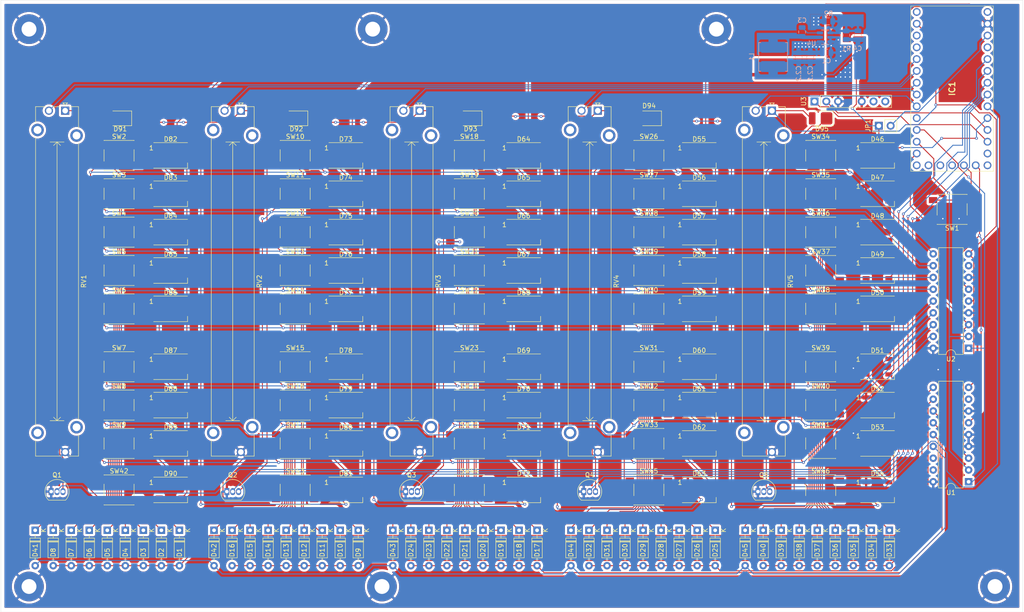
<source format=kicad_pcb>
(kicad_pcb
	(version 20240108)
	(generator "pcbnew")
	(generator_version "8.0")
	(general
		(thickness 1.6)
		(legacy_teardrops no)
	)
	(paper "A4")
	(layers
		(0 "F.Cu" signal)
		(31 "B.Cu" signal)
		(32 "B.Adhes" user "B.Adhesive")
		(33 "F.Adhes" user "F.Adhesive")
		(34 "B.Paste" user)
		(35 "F.Paste" user)
		(36 "B.SilkS" user "B.Silkscreen")
		(37 "F.SilkS" user "F.Silkscreen")
		(38 "B.Mask" user)
		(39 "F.Mask" user)
		(40 "Dwgs.User" user "User.Drawings")
		(41 "Cmts.User" user "User.Comments")
		(42 "Eco1.User" user "User.Eco1")
		(43 "Eco2.User" user "User.Eco2")
		(44 "Edge.Cuts" user)
		(45 "Margin" user)
		(46 "B.CrtYd" user "B.Courtyard")
		(47 "F.CrtYd" user "F.Courtyard")
		(48 "B.Fab" user)
		(49 "F.Fab" user)
		(50 "User.1" user)
		(51 "User.2" user)
		(52 "User.3" user)
		(53 "User.4" user)
		(54 "User.5" user)
		(55 "User.6" user)
		(56 "User.7" user)
		(57 "User.8" user)
		(58 "User.9" user)
	)
	(setup
		(pad_to_mask_clearance 0)
		(allow_soldermask_bridges_in_footprints no)
		(pcbplotparams
			(layerselection 0x00010fc_ffffffff)
			(plot_on_all_layers_selection 0x0000000_00000000)
			(disableapertmacros no)
			(usegerberextensions no)
			(usegerberattributes yes)
			(usegerberadvancedattributes yes)
			(creategerberjobfile yes)
			(dashed_line_dash_ratio 12.000000)
			(dashed_line_gap_ratio 3.000000)
			(svgprecision 4)
			(plotframeref no)
			(viasonmask no)
			(mode 1)
			(useauxorigin no)
			(hpglpennumber 1)
			(hpglpenspeed 20)
			(hpglpendiameter 15.000000)
			(pdf_front_fp_property_popups yes)
			(pdf_back_fp_property_popups yes)
			(dxfpolygonmode yes)
			(dxfimperialunits yes)
			(dxfusepcbnewfont yes)
			(psnegative no)
			(psa4output no)
			(plotreference yes)
			(plotvalue yes)
			(plotfptext yes)
			(plotinvisibletext no)
			(sketchpadsonfab no)
			(subtractmaskfromsilk no)
			(outputformat 1)
			(mirror no)
			(drillshape 0)
			(scaleselection 1)
			(outputdirectory "Gerbers/")
		)
	)
	(net 0 "")
	(net 1 "Ext Gnd")
	(net 2 "Net-(U3-Vout)")
	(net 3 "5v")
	(net 4 "Net-(U4-SW)")
	(net 5 "Net-(U4-BST)")
	(net 6 "Net-(U4-FB)")
	(net 7 "Net-(D1-K)")
	(net 8 "Column1")
	(net 9 "Net-(D2-K)")
	(net 10 "Net-(D3-K)")
	(net 11 "Net-(D4-K)")
	(net 12 "Net-(D5-K)")
	(net 13 "Net-(D6-K)")
	(net 14 "Net-(D7-K)")
	(net 15 "Net-(D8-K)")
	(net 16 "Net-(D9-K)")
	(net 17 "Column2")
	(net 18 "Net-(D10-K)")
	(net 19 "Net-(D11-K)")
	(net 20 "Net-(D12-K)")
	(net 21 "Net-(D13-K)")
	(net 22 "Net-(D14-K)")
	(net 23 "Net-(D15-K)")
	(net 24 "Net-(D16-K)")
	(net 25 "Net-(D17-K)")
	(net 26 "Column3")
	(net 27 "Net-(D18-K)")
	(net 28 "Net-(D19-K)")
	(net 29 "Net-(D20-K)")
	(net 30 "Net-(D21-K)")
	(net 31 "Net-(D22-K)")
	(net 32 "Net-(D23-K)")
	(net 33 "Net-(D24-K)")
	(net 34 "Column4")
	(net 35 "Net-(D25-K)")
	(net 36 "Net-(D26-K)")
	(net 37 "Net-(D27-K)")
	(net 38 "Net-(D28-K)")
	(net 39 "Net-(D29-K)")
	(net 40 "Net-(D30-K)")
	(net 41 "Net-(D31-K)")
	(net 42 "Net-(D32-K)")
	(net 43 "Net-(D33-K)")
	(net 44 "Column5")
	(net 45 "Net-(D34-K)")
	(net 46 "Net-(D35-K)")
	(net 47 "Net-(D36-K)")
	(net 48 "Net-(D37-K)")
	(net 49 "Net-(D38-K)")
	(net 50 "Net-(D39-K)")
	(net 51 "Net-(D40-K)")
	(net 52 "Column6")
	(net 53 "Net-(D41-K)")
	(net 54 "Net-(D42-K)")
	(net 55 "Net-(D43-K)")
	(net 56 "Net-(D44-K)")
	(net 57 "Net-(D45-K)")
	(net 58 "Net-(D46-DOUT)")
	(net 59 "NeoPixel")
	(net 60 "Net-(D47-DOUT)")
	(net 61 "Net-(D48-DOUT)")
	(net 62 "Net-(D49-DOUT)")
	(net 63 "Net-(D50-DOUT)")
	(net 64 "Net-(D51-DOUT)")
	(net 65 "Net-(D52-DOUT)")
	(net 66 "Net-(D53-DOUT)")
	(net 67 "Net-(D54-DOUT)")
	(net 68 "Net-(D55-DOUT)")
	(net 69 "Net-(D56-DOUT)")
	(net 70 "Net-(D57-DOUT)")
	(net 71 "Net-(D58-DOUT)")
	(net 72 "Net-(D59-DOUT)")
	(net 73 "Net-(D60-DOUT)")
	(net 74 "Net-(D61-DOUT)")
	(net 75 "Net-(D62-DOUT)")
	(net 76 "Net-(D63-DOUT)")
	(net 77 "Net-(D64-DOUT)")
	(net 78 "Net-(D65-DOUT)")
	(net 79 "Net-(D66-DOUT)")
	(net 80 "Net-(D67-DOUT)")
	(net 81 "Net-(D68-DOUT)")
	(net 82 "Net-(D69-DOUT)")
	(net 83 "Net-(D70-DOUT)")
	(net 84 "Net-(D71-DOUT)")
	(net 85 "Net-(D72-DOUT)")
	(net 86 "Net-(D73-DOUT)")
	(net 87 "Net-(D74-DOUT)")
	(net 88 "Net-(D75-DOUT)")
	(net 89 "Net-(D76-DOUT)")
	(net 90 "Net-(D77-DOUT)")
	(net 91 "Net-(D78-DOUT)")
	(net 92 "Net-(D79-DOUT)")
	(net 93 "Net-(D80-DOUT)")
	(net 94 "Net-(D81-DOUT)")
	(net 95 "Net-(D82-DOUT)")
	(net 96 "Net-(D83-DOUT)")
	(net 97 "Net-(D84-DOUT)")
	(net 98 "Net-(D85-DOUT)")
	(net 99 "Net-(D86-DOUT)")
	(net 100 "Net-(D87-DOUT)")
	(net 101 "Net-(D88-DOUT)")
	(net 102 "Net-(D89-DOUT)")
	(net 103 "unconnected-(D90-DOUT-Pad2)")
	(net 104 "3v3")
	(net 105 "Net-(D91-K)")
	(net 106 "Net-(D92-K)")
	(net 107 "Net-(D93-K)")
	(net 108 "Net-(D94-K)")
	(net 109 "Net-(D95-K)")
	(net 110 "SDA")
	(net 111 "unconnected-(IC1-RESET_1-Pad16)")
	(net 112 "unconnected-(IC1-A5-Pad10)")
	(net 113 "Ch2Zero")
	(net 114 "Pot2")
	(net 115 "unconnected-(IC1-2-Pad14)")
	(net 116 "unconnected-(IC1-RST-Pad1)")
	(net 117 "Recovery")
	(net 118 "unconnected-(IC1-VHI-Pad4)")
	(net 119 "Ch4Zero")
	(net 120 "Ch1Zero")
	(net 121 "Ch5Zero")
	(net 122 "Pot1")
	(net 123 "SPI_POCI")
	(net 124 "Pot3")
	(net 125 "unconnected-(IC1-RX-Pad20)")
	(net 126 "Ch3Zero")
	(net 127 "unconnected-(IC1-BAT-Pad33)")
	(net 128 "SPI_PICO")
	(net 129 "SCL")
	(net 130 "SPI_SCK")
	(net 131 "unconnected-(IC1-13-Pad30)")
	(net 132 "Pot4")
	(net 133 "unconnected-(IC1-AREF-Pad3)")
	(net 134 "unconnected-(IC1-TX-Pad21)")
	(net 135 "Pot5")
	(net 136 "unconnected-(IC1-RESET_2-Pad17)")
	(net 137 "unconnected-(IC1-EN-Pad15)")
	(net 138 "USB_5v")
	(net 139 "Row1")
	(net 140 "Row2")
	(net 141 "Row3")
	(net 142 "Row4")
	(net 143 "Row5")
	(net 144 "Row6")
	(net 145 "Row7")
	(net 146 "Row8")
	(net 147 "ExpReset")
	(net 148 "unconnected-(U1-INT-Pad8)")
	(net 149 "unconnected-(U1-GP7-Pad17)")
	(net 150 "unconnected-(U1-GP6-Pad16)")
	(net 151 "unconnected-(U2-INT-Pad8)")
	(net 152 "unconnected-(U3-D+-Pad6)")
	(net 153 "unconnected-(U3-D--Pad5)")
	(footprint "Potentiometer_THT:Potentiometer_Bourns_PTA6043_Single_Slide" (layer "F.Cu") (at 47.789064 51.555 -90))
	(footprint "Diode_THT:D_DO-35_SOD27_P7.62mm_Horizontal" (layer "F.Cu") (at 160.56875 141.895 -90))
	(footprint "LED_SMD:LED_WS2812B_PLCC4_5.0x5.0mm_P3.2mm" (layer "F.Cu") (at 222.685936 123.205))
	(footprint "ControlMixer:SW_Push_1P1T_NO_6x6mm" (layer "F.Cu") (at 173.4625 106.685))
	(footprint "Diode_THT:D_DO-35_SOD27_P7.62mm_Horizontal" (layer "F.Cu") (at 83.71875 141.895 -90))
	(footprint "ControlMixer:SW_Push_1P1T_NO_6x6mm" (layer "F.Cu") (at 210.4625 85.965))
	(footprint "ControlMixer:SW_Push_1P1T_NO_6x6mm" (layer "F.Cu") (at 210.4625 106.685))
	(footprint "ControlMixer:SW_Push_1P1T_NO_6x6mm" (layer "F.Cu") (at 59.389064 69.445))
	(footprint "Potentiometer_THT:Potentiometer_Bourns_PTA6043_Single_Slide" (layer "F.Cu") (at 85.6125 51.555 -90))
	(footprint "Diode_THT:D_DO-35_SOD27_P7.62mm_Horizontal" (layer "F.Cu") (at 60.739064 141.895 -90))
	(footprint "Diode_THT:D_DO-35_SOD27_P7.62mm_Horizontal" (layer "F.Cu") (at 91.48125 141.895 -90))
	(footprint "Diode_THT:D_DO-35_SOD27_P7.62mm_Horizontal" (layer "F.Cu") (at 103.125 141.895 -90))
	(footprint "Diode_THT:D_DO-35_SOD27_P7.62mm_Horizontal" (layer "F.Cu") (at 133.8625 141.895 -90))
	(footprint "LED_SMD:LED_WS2812B_PLCC4_5.0x5.0mm_P3.2mm" (layer "F.Cu") (at 222.685936 85.965))
	(footprint "ControlMixer:SW_Push_1P1T_NO_6x6mm" (layer "F.Cu") (at 134.8125 114.945))
	(footprint "ControlMixer:SW_Push_1P1T_NO_6x6mm" (layer "F.Cu") (at 210.4625 123.205))
	(footprint "LED_SMD:LED_WS2812B_PLCC4_5.0x5.0mm_P3.2mm" (layer "F.Cu") (at 222.685936 114.945))
	(footprint "LED_SMD:LED_WS2812B_PLCC4_5.0x5.0mm_P3.2mm" (layer "F.Cu") (at 108.2125 85.965))
	(footprint "ControlMixer:SW_Push_1P1T_NO_6x6mm" (layer "F.Cu") (at 59.389064 123.205))
	(footprint "ControlMixer:SW_Push_1P1T_NO_6x6mm" (layer "F.Cu") (at 210.4625 69.445))
	(footprint "LED_SMD:LED_WS2812B_PLCC4_5.0x5.0mm_P3.2mm" (layer "F.Cu") (at 146.501562 77.705))
	(footprint "Diode_THT:D_DO-35_SOD27_P7.62mm_Horizontal" (layer "F.Cu") (at 213.59375 141.895 -90))
	(footprint "Diode_THT:D_DO-35_SOD27_P7.62mm_Horizontal" (layer "F.Cu") (at 217.475 141.895 -90))
	(footprint "ControlMixer:SW_Push_1P1T_NO_6x6mm" (layer "F.Cu") (at 59.389064 133.205))
	(footprint "Diode_THT:D_DO-35_SOD27_P7.62mm_Horizontal" (layer "F.Cu") (at 56.857814 141.895 -90))
	(footprint "ControlMixer:SW_Push_1P1T_NO_6x6mm" (layer "F.Cu") (at 173.4625 94.225))
	(footprint "LED_SMD:LED_WS2812B_PLCC4_5.0x5.0mm_P3.2mm" (layer "F.Cu") (at 222.685936 69.445))
	(footprint "Diode_THT:D_DO-35_SOD27_P7.62mm_Horizontal" (layer "F.Cu") (at 110.8875 141.895 -90))
	(footprint "LED_SMD:LED_WS2812B_PLCC4_5.0x5.0mm_P3.2mm" (layer "F.Cu") (at 184.3 61.185))
	(footprint "ControlMixer:SW_Push_1P1T_NO_6x6mm" (layer "F.Cu") (at 59.389064 85.965))
	(footprint "Diode_THT:D_DO-35_SOD27_P7.62mm_Horizontal"
		(layer "F.Cu")
		(uuid "20bc884d-9c9c-4491-95f7-00c078e0aae5")
		(at 179.975 141.895 -90)
		(descr "Diode, DO-35_SOD27 series, Axial, Horizontal, pin pitch=7.62mm, , length*diameter=4*2mm^2, , http://www.diodes.com/_files/packages/DO-35.pdf")
		(tags "Diode DO-35_SOD27 series Axial Horizontal pin pitch 7.62mm  length 4mm diameter 2mm")
		(property "Reference" "D27"
			(at 4.31 0 90)
			(layer "F.SilkS")
			(uuid "78e4d830-1a7a-46c4-a091-8f1312c851b4")
			(effects
				(font
					(size 1 1)
					(thickness 0.15)
				)
			)
		)
		(property "Value" "1N4148"
			(at 3.81 2.12 90)
			(layer "F.Fab")
			(uuid "42a4fc1c-1ad1-4cfb-b0fd-69079db63dfe")
			(effects
				(font
					(size 1 1)
					(thickness 0.15)
				)
			)
		)
		(property "Footprint" "Diode_THT:D_DO-35_SOD27_P7.62mm_Horizontal"
			(at 0 0 -90)
			(unlocked yes)
			(layer "F.Fab")
			(hide yes)
			(uuid "ec3060f6-8424-4078-ab39-3de537602110")
			(effects
				(font
					(size 1.27 1.27)
				)
			)
		)
		(property "Datasheet" "https://assets.nexperia.com/documents/data-sheet/1N4148_1N4448.pdf"
			(at 0 0 -90)
			(unlocked yes)
			(layer "F.Fab")
			(hide yes)
			(uuid "60dec1fe-1afa-4400-966c-684ce5f38e5f")
			(effects
				(font
					(size 1.27 1.27)
				)
			)
		)
		(property "Description" "100V 0.15A standard switching diode, DO-35"
			(at 0 0 -90)
			(unlocked yes)
			(layer "F.Fab")
			(hide yes)
			(uuid "4dae07d1-afd5-4ae1-830d-5151a80dd6fd")
			(effects
				(font
					(size 1.27 1.27)
				)
			)
		)
		(property "Sim.Device" "D"
			(at 0 0 -90)
			(unlocked yes)
			(layer "F.Fab")
			(hide yes)
			(uuid "8c410b9b-a693-4c27-a4f5-1d3b5df24b8b")
			(effects
				(font
					(size 1 1)
					(thickness 0.15)
				)
			)
		)
		(property "Sim.Pins" "1=K 2=A"
			(at 0 0 -90)
			(unlocked yes)
			(layer "F.Fab")
			(hide yes)
			(uuid "0b1240f5-d088-4749-a465-270237c03858")
			(effects
				(font
					(size 1 1)
					(thickness 0.15)
				)
			)
		)
		(property ki_fp_filters "D*DO?35*")
		(path "/88e9764f-783f-4a4c-a433-f98101db7820/b18ce18f-2b60-46f8-b0ef-031303f3009e")
		(sheetname "Key Matrix")
		(sheetfile "KeyMatrix.kicad_sch")
		(attr through_hole)
		(fp_line
			(start 1.69 1.12)
			(end 5.93 1.12)
			(stroke
				(width 0.12)
				(type solid)
			)
			(layer "F.SilkS")
			(uuid "c783bace-8bf4-41ca-9ba0-ad1c8ae836bb")
		)
		(fp_line
			(start 5.93 1.12)
			(end 5.93 -1.12)
			(stroke
				(width 0.12)
				(type solid)
			)
			(layer "F.SilkS")
			(uuid "f376f52d-c5fe-47ac-9b38-8c4fe6c8d568")
		)
		(fp_line
			(start 1.04 0)
			(end 1.69 0)
			(stroke
				(width 0.12)
				(type solid)
			)
			(layer "F.SilkS")
			(uuid "b50d40c8-e788-4f89-b487-588cf63c5bba")
		)
		(fp_line
			(start 6.58 0)
			(end 5.93 0)
			(stroke
				(width 0.12)
				(type solid)
			)
			(layer "F.SilkS")
			(uuid "fd03438d-c7b0-4dd0-9df4-1bed005eaa99")
		)
		(fp_line
			(start 1.69 -1.12)
			(end 1.69 1.12)
			(stroke
				(width 0.12)
				(type solid)
			)
			(layer "F.SilkS")
			(uuid "c6ae4570-c1d4-4793-badf-6067597b735d")
		)
		(fp_line
			(start 2.29 -1.12)
			(end 2.29 1.12)
			(stroke
				(width 0.12)
				(type solid)
			)
			(layer "F.SilkS")
			(uuid "04d7a135-571f-494c-a618-7d5262c65afe")
		)
		(fp_line
			(start 2.41 -1.12)
			(end 2.41 1.12)
			(stroke
				(width 0.12)
				(type solid)
			)
			(layer "F.SilkS")
			(uuid "87838e79-4ffd-43e8-aa32-02fcf6f76c5a")
		)
		(fp_line
			(start 2.53 -1.12)
			(end 2.53 1.12)
			(stroke
				(width 0.12)
				(type solid)
			)
			(layer "F.SilkS")
			(uuid "e427f2af-de84-489b-aec5-f6b2ddbab45c")
		)
		(fp_line
			(start 5.93 -1.12)
			(end 1.69 -1.12)
			(stroke
				(width 0.12)
				(type solid)
			)
			(layer "F.SilkS")
			(uuid "e2ec5838-64ea-4242-9c4a-7920ae9e5173")
		)
		(fp_line
			(start -1.05 1.25)
			(end 8.67 1.25)
			(stroke
				(width 0.05)
				(type solid)
			)
			(layer "F.CrtYd")
			(uuid "608e08a8-17a2-4fdc-82ed-b443ef8a2709")
		)
		(fp_line
			(start 8.67 1.25)
			(end 8.67 -1.25)
			(stroke
				(width 0.05)
				(type solid)
			)
			(layer "F.CrtYd")
			(uuid "2efaf6da-905a-4320-a93c-8723d4131074")
		)
		(fp_line
			(start -1.05 -1.25)
			(end -1.05 1.25)
			(stroke
				(width 0.05)
				(type solid)
			)
			(layer "F.CrtYd")
			(uuid "a11d2576-7a28-4d7e-bab4-8390a394f85d")
		)
		(fp_line
			(start 8.67 -1.25)
			(end -1.05 -1.25)
			(stroke
				(width 0.05)
				(type solid)
			)
			(layer "F.CrtYd")
			(uuid "03baf718-75f6-4d30-9780-e546eaa9613a")
		)
		(fp_line
			(start 1.81 1)
			(end 5.81 1)
			(stroke
				(width 0.1)
				(type solid)
			)
			(layer "F.Fab")
			(uuid "d367b049-530c-4b7c-8ab6-0ed8768c0e14")
		)
		(fp_line
			(start 5.81 1)
			(end 5.81 -1)
			(stroke
				(width 0.1)
				(type solid)
			)
			(layer "F.Fab")
			(uuid "2fcdcb4f-a627-4b76-8d5a-4287ae973180")
		)
		(fp_line
			(start 0 0)
			(end 1.81 0)
			(stroke
				(width 0.1)
				(type solid)
			)
			(layer "F.Fab")
			(uuid "cbfbfc91-c892-49c0-a05c-a0ada233b7c0")
		)
		(fp_line
			(start 7.62 0)
			(end 5.81 0)
			(stroke
				(width 0.1)
				(type solid)
			)
			(layer "F.Fab")
			(uuid "a0ecad1b-7642-4128-a22a-904c48c2a4a4")
		)
		(fp_line
			(start 1.81 -1)
			(end 1.81 1)
			(stroke
				(width 0.1)
				(type solid)
			)
			(layer "F.Fab")
			(uuid "a5b7494a-4a6f-4955-9f4f-51df628d191d")
		)
		(fp_line
			(start 2.31 -1)
			(end 2.31 1)
			(stroke
				(width 0.1)
				(type solid)
			)
			(layer "F.Fab")
			(uuid "62d54a96-827d-4560-bc29-8cf30d299c1f")
		)
		(fp_line
			(start 2.41 -1)
			(end 2.41 1)
			(stroke
				(width 0.1)

... [2164668 chars truncated]
</source>
